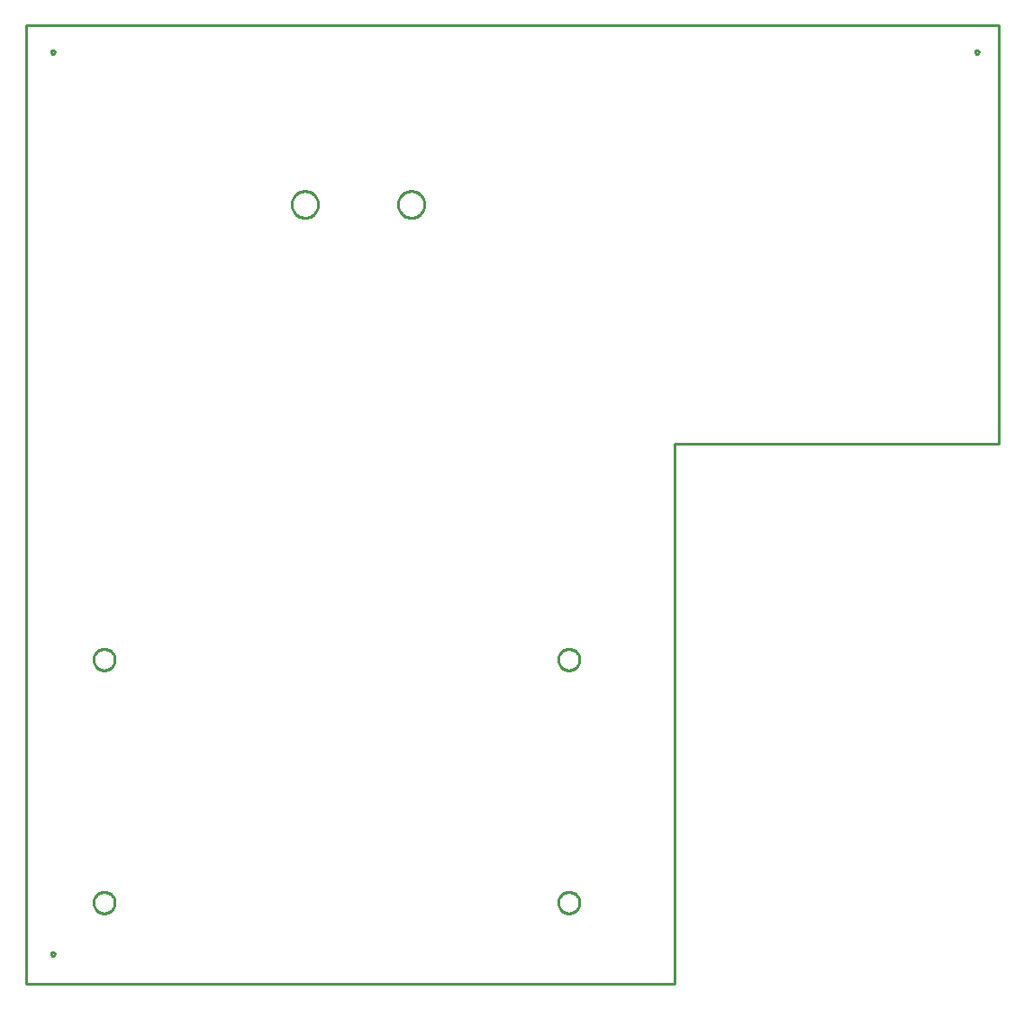
<source format=gbr>
G04 EAGLE Gerber RS-274X export*
G75*
%MOMM*%
%FSLAX34Y34*%
%LPD*%
%IN*%
%IPPOS*%
%AMOC8*
5,1,8,0,0,1.08239X$1,22.5*%
G01*
%ADD10C,0.254000*%


D10*
X0Y0D02*
X609600Y0D01*
X609600Y508000D01*
X914400Y508000D01*
X914400Y901700D01*
X0Y901700D01*
X0Y0D01*
X27150Y27768D02*
X27083Y27430D01*
X26951Y27111D01*
X26759Y26824D01*
X26516Y26581D01*
X26229Y26389D01*
X25910Y26257D01*
X25572Y26190D01*
X25228Y26190D01*
X24890Y26257D01*
X24571Y26389D01*
X24284Y26581D01*
X24041Y26824D01*
X23849Y27111D01*
X23717Y27430D01*
X23650Y27768D01*
X23650Y28112D01*
X23717Y28450D01*
X23849Y28769D01*
X24041Y29056D01*
X24284Y29299D01*
X24571Y29491D01*
X24890Y29623D01*
X25228Y29690D01*
X25572Y29690D01*
X25910Y29623D01*
X26229Y29491D01*
X26516Y29299D01*
X26759Y29056D01*
X26951Y28769D01*
X27083Y28450D01*
X27150Y28112D01*
X27150Y27768D01*
X27150Y876128D02*
X27083Y875790D01*
X26951Y875471D01*
X26759Y875184D01*
X26516Y874941D01*
X26229Y874749D01*
X25910Y874617D01*
X25572Y874550D01*
X25228Y874550D01*
X24890Y874617D01*
X24571Y874749D01*
X24284Y874941D01*
X24041Y875184D01*
X23849Y875471D01*
X23717Y875790D01*
X23650Y876128D01*
X23650Y876472D01*
X23717Y876810D01*
X23849Y877129D01*
X24041Y877416D01*
X24284Y877659D01*
X24571Y877851D01*
X24890Y877983D01*
X25228Y878050D01*
X25572Y878050D01*
X25910Y877983D01*
X26229Y877851D01*
X26516Y877659D01*
X26759Y877416D01*
X26951Y877129D01*
X27083Y876810D01*
X27150Y876472D01*
X27150Y876128D01*
X895830Y876128D02*
X895763Y875790D01*
X895631Y875471D01*
X895439Y875184D01*
X895196Y874941D01*
X894909Y874749D01*
X894590Y874617D01*
X894252Y874550D01*
X893908Y874550D01*
X893570Y874617D01*
X893251Y874749D01*
X892964Y874941D01*
X892721Y875184D01*
X892529Y875471D01*
X892397Y875790D01*
X892330Y876128D01*
X892330Y876472D01*
X892397Y876810D01*
X892529Y877129D01*
X892721Y877416D01*
X892964Y877659D01*
X893251Y877851D01*
X893570Y877983D01*
X893908Y878050D01*
X894252Y878050D01*
X894590Y877983D01*
X894909Y877851D01*
X895196Y877659D01*
X895439Y877416D01*
X895631Y877129D01*
X895763Y876810D01*
X895830Y876472D01*
X895830Y876128D01*
X83660Y75763D02*
X83584Y74894D01*
X83432Y74034D01*
X83206Y73190D01*
X82908Y72370D01*
X82539Y71578D01*
X82102Y70822D01*
X81601Y70107D01*
X81040Y69438D01*
X80422Y68820D01*
X79753Y68259D01*
X79038Y67758D01*
X78282Y67321D01*
X77490Y66952D01*
X76670Y66654D01*
X75826Y66428D01*
X74967Y66276D01*
X74097Y66200D01*
X73223Y66200D01*
X72354Y66276D01*
X71494Y66428D01*
X70650Y66654D01*
X69830Y66952D01*
X69038Y67321D01*
X68282Y67758D01*
X67567Y68259D01*
X66898Y68820D01*
X66280Y69438D01*
X65719Y70107D01*
X65218Y70822D01*
X64781Y71578D01*
X64412Y72370D01*
X64114Y73190D01*
X63888Y74034D01*
X63736Y74894D01*
X63660Y75763D01*
X63660Y76637D01*
X63736Y77507D01*
X63888Y78366D01*
X64114Y79210D01*
X64412Y80030D01*
X64781Y80822D01*
X65218Y81578D01*
X65719Y82293D01*
X66280Y82962D01*
X66898Y83580D01*
X67567Y84141D01*
X68282Y84642D01*
X69038Y85079D01*
X69830Y85448D01*
X70650Y85746D01*
X71494Y85972D01*
X72354Y86124D01*
X73223Y86200D01*
X74097Y86200D01*
X74967Y86124D01*
X75826Y85972D01*
X76670Y85746D01*
X77490Y85448D01*
X78282Y85079D01*
X79038Y84642D01*
X79753Y84141D01*
X80422Y83580D01*
X81040Y82962D01*
X81601Y82293D01*
X82102Y81578D01*
X82539Y80822D01*
X82908Y80030D01*
X83206Y79210D01*
X83432Y78366D01*
X83584Y77507D01*
X83660Y76637D01*
X83660Y75763D01*
X520540Y75763D02*
X520464Y74894D01*
X520312Y74034D01*
X520086Y73190D01*
X519788Y72370D01*
X519419Y71578D01*
X518982Y70822D01*
X518481Y70107D01*
X517920Y69438D01*
X517302Y68820D01*
X516633Y68259D01*
X515918Y67758D01*
X515162Y67321D01*
X514370Y66952D01*
X513550Y66654D01*
X512706Y66428D01*
X511847Y66276D01*
X510977Y66200D01*
X510103Y66200D01*
X509234Y66276D01*
X508374Y66428D01*
X507530Y66654D01*
X506710Y66952D01*
X505918Y67321D01*
X505162Y67758D01*
X504447Y68259D01*
X503778Y68820D01*
X503160Y69438D01*
X502599Y70107D01*
X502098Y70822D01*
X501661Y71578D01*
X501292Y72370D01*
X500994Y73190D01*
X500768Y74034D01*
X500616Y74894D01*
X500540Y75763D01*
X500540Y76637D01*
X500616Y77507D01*
X500768Y78366D01*
X500994Y79210D01*
X501292Y80030D01*
X501661Y80822D01*
X502098Y81578D01*
X502599Y82293D01*
X503160Y82962D01*
X503778Y83580D01*
X504447Y84141D01*
X505162Y84642D01*
X505918Y85079D01*
X506710Y85448D01*
X507530Y85746D01*
X508374Y85972D01*
X509234Y86124D01*
X510103Y86200D01*
X510977Y86200D01*
X511847Y86124D01*
X512706Y85972D01*
X513550Y85746D01*
X514370Y85448D01*
X515162Y85079D01*
X515918Y84642D01*
X516633Y84141D01*
X517302Y83580D01*
X517920Y82962D01*
X518481Y82293D01*
X518982Y81578D01*
X519419Y80822D01*
X519788Y80030D01*
X520086Y79210D01*
X520312Y78366D01*
X520464Y77507D01*
X520540Y76637D01*
X520540Y75763D01*
X83660Y304363D02*
X83584Y303494D01*
X83432Y302634D01*
X83206Y301790D01*
X82908Y300970D01*
X82539Y300178D01*
X82102Y299422D01*
X81601Y298707D01*
X81040Y298038D01*
X80422Y297420D01*
X79753Y296859D01*
X79038Y296358D01*
X78282Y295921D01*
X77490Y295552D01*
X76670Y295254D01*
X75826Y295028D01*
X74967Y294876D01*
X74097Y294800D01*
X73223Y294800D01*
X72354Y294876D01*
X71494Y295028D01*
X70650Y295254D01*
X69830Y295552D01*
X69038Y295921D01*
X68282Y296358D01*
X67567Y296859D01*
X66898Y297420D01*
X66280Y298038D01*
X65719Y298707D01*
X65218Y299422D01*
X64781Y300178D01*
X64412Y300970D01*
X64114Y301790D01*
X63888Y302634D01*
X63736Y303494D01*
X63660Y304363D01*
X63660Y305237D01*
X63736Y306107D01*
X63888Y306966D01*
X64114Y307810D01*
X64412Y308630D01*
X64781Y309422D01*
X65218Y310178D01*
X65719Y310893D01*
X66280Y311562D01*
X66898Y312180D01*
X67567Y312741D01*
X68282Y313242D01*
X69038Y313679D01*
X69830Y314048D01*
X70650Y314346D01*
X71494Y314572D01*
X72354Y314724D01*
X73223Y314800D01*
X74097Y314800D01*
X74967Y314724D01*
X75826Y314572D01*
X76670Y314346D01*
X77490Y314048D01*
X78282Y313679D01*
X79038Y313242D01*
X79753Y312741D01*
X80422Y312180D01*
X81040Y311562D01*
X81601Y310893D01*
X82102Y310178D01*
X82539Y309422D01*
X82908Y308630D01*
X83206Y307810D01*
X83432Y306966D01*
X83584Y306107D01*
X83660Y305237D01*
X83660Y304363D01*
X520540Y304363D02*
X520464Y303494D01*
X520312Y302634D01*
X520086Y301790D01*
X519788Y300970D01*
X519419Y300178D01*
X518982Y299422D01*
X518481Y298707D01*
X517920Y298038D01*
X517302Y297420D01*
X516633Y296859D01*
X515918Y296358D01*
X515162Y295921D01*
X514370Y295552D01*
X513550Y295254D01*
X512706Y295028D01*
X511847Y294876D01*
X510977Y294800D01*
X510103Y294800D01*
X509234Y294876D01*
X508374Y295028D01*
X507530Y295254D01*
X506710Y295552D01*
X505918Y295921D01*
X505162Y296358D01*
X504447Y296859D01*
X503778Y297420D01*
X503160Y298038D01*
X502599Y298707D01*
X502098Y299422D01*
X501661Y300178D01*
X501292Y300970D01*
X500994Y301790D01*
X500768Y302634D01*
X500616Y303494D01*
X500540Y304363D01*
X500540Y305237D01*
X500616Y306107D01*
X500768Y306966D01*
X500994Y307810D01*
X501292Y308630D01*
X501661Y309422D01*
X502098Y310178D01*
X502599Y310893D01*
X503160Y311562D01*
X503778Y312180D01*
X504447Y312741D01*
X505162Y313242D01*
X505918Y313679D01*
X506710Y314048D01*
X507530Y314346D01*
X508374Y314572D01*
X509234Y314724D01*
X510103Y314800D01*
X510977Y314800D01*
X511847Y314724D01*
X512706Y314572D01*
X513550Y314346D01*
X514370Y314048D01*
X515162Y313679D01*
X515918Y313242D01*
X516633Y312741D01*
X517302Y312180D01*
X517920Y311562D01*
X518481Y310893D01*
X518982Y310178D01*
X519419Y309422D01*
X519788Y308630D01*
X520086Y307810D01*
X520312Y306966D01*
X520464Y306107D01*
X520540Y305237D01*
X520540Y304363D01*
X274920Y732449D02*
X274843Y731470D01*
X274689Y730500D01*
X274460Y729544D01*
X274156Y728610D01*
X273781Y727703D01*
X273335Y726828D01*
X272821Y725990D01*
X272244Y725195D01*
X271606Y724448D01*
X270912Y723754D01*
X270165Y723116D01*
X269370Y722539D01*
X268532Y722025D01*
X267657Y721579D01*
X266750Y721204D01*
X265816Y720900D01*
X264861Y720671D01*
X263890Y720517D01*
X262911Y720440D01*
X261929Y720440D01*
X260950Y720517D01*
X259980Y720671D01*
X259024Y720900D01*
X258090Y721204D01*
X257183Y721579D01*
X256308Y722025D01*
X255470Y722539D01*
X254675Y723116D01*
X253928Y723754D01*
X253234Y724448D01*
X252596Y725195D01*
X252019Y725990D01*
X251505Y726828D01*
X251059Y727703D01*
X250684Y728610D01*
X250380Y729544D01*
X250151Y730500D01*
X249997Y731470D01*
X249920Y732449D01*
X249920Y733431D01*
X249997Y734410D01*
X250151Y735381D01*
X250380Y736336D01*
X250684Y737270D01*
X251059Y738177D01*
X251505Y739052D01*
X252019Y739890D01*
X252596Y740685D01*
X253234Y741432D01*
X253928Y742126D01*
X254675Y742764D01*
X255470Y743341D01*
X256308Y743855D01*
X257183Y744301D01*
X258090Y744676D01*
X259024Y744980D01*
X259980Y745209D01*
X260950Y745363D01*
X261929Y745440D01*
X262911Y745440D01*
X263890Y745363D01*
X264861Y745209D01*
X265816Y744980D01*
X266750Y744676D01*
X267657Y744301D01*
X268532Y743855D01*
X269370Y743341D01*
X270165Y742764D01*
X270912Y742126D01*
X271606Y741432D01*
X272244Y740685D01*
X272821Y739890D01*
X273335Y739052D01*
X273781Y738177D01*
X274156Y737270D01*
X274460Y736336D01*
X274689Y735381D01*
X274843Y734410D01*
X274920Y733431D01*
X274920Y732449D01*
X374920Y732449D02*
X374843Y731470D01*
X374689Y730500D01*
X374460Y729544D01*
X374156Y728610D01*
X373781Y727703D01*
X373335Y726828D01*
X372821Y725990D01*
X372244Y725195D01*
X371606Y724448D01*
X370912Y723754D01*
X370165Y723116D01*
X369370Y722539D01*
X368532Y722025D01*
X367657Y721579D01*
X366750Y721204D01*
X365816Y720900D01*
X364861Y720671D01*
X363890Y720517D01*
X362911Y720440D01*
X361929Y720440D01*
X360950Y720517D01*
X359980Y720671D01*
X359024Y720900D01*
X358090Y721204D01*
X357183Y721579D01*
X356308Y722025D01*
X355470Y722539D01*
X354675Y723116D01*
X353928Y723754D01*
X353234Y724448D01*
X352596Y725195D01*
X352019Y725990D01*
X351505Y726828D01*
X351059Y727703D01*
X350684Y728610D01*
X350380Y729544D01*
X350151Y730500D01*
X349997Y731470D01*
X349920Y732449D01*
X349920Y733431D01*
X349997Y734410D01*
X350151Y735381D01*
X350380Y736336D01*
X350684Y737270D01*
X351059Y738177D01*
X351505Y739052D01*
X352019Y739890D01*
X352596Y740685D01*
X353234Y741432D01*
X353928Y742126D01*
X354675Y742764D01*
X355470Y743341D01*
X356308Y743855D01*
X357183Y744301D01*
X358090Y744676D01*
X359024Y744980D01*
X359980Y745209D01*
X360950Y745363D01*
X361929Y745440D01*
X362911Y745440D01*
X363890Y745363D01*
X364861Y745209D01*
X365816Y744980D01*
X366750Y744676D01*
X367657Y744301D01*
X368532Y743855D01*
X369370Y743341D01*
X370165Y742764D01*
X370912Y742126D01*
X371606Y741432D01*
X372244Y740685D01*
X372821Y739890D01*
X373335Y739052D01*
X373781Y738177D01*
X374156Y737270D01*
X374460Y736336D01*
X374689Y735381D01*
X374843Y734410D01*
X374920Y733431D01*
X374920Y732449D01*
M02*

</source>
